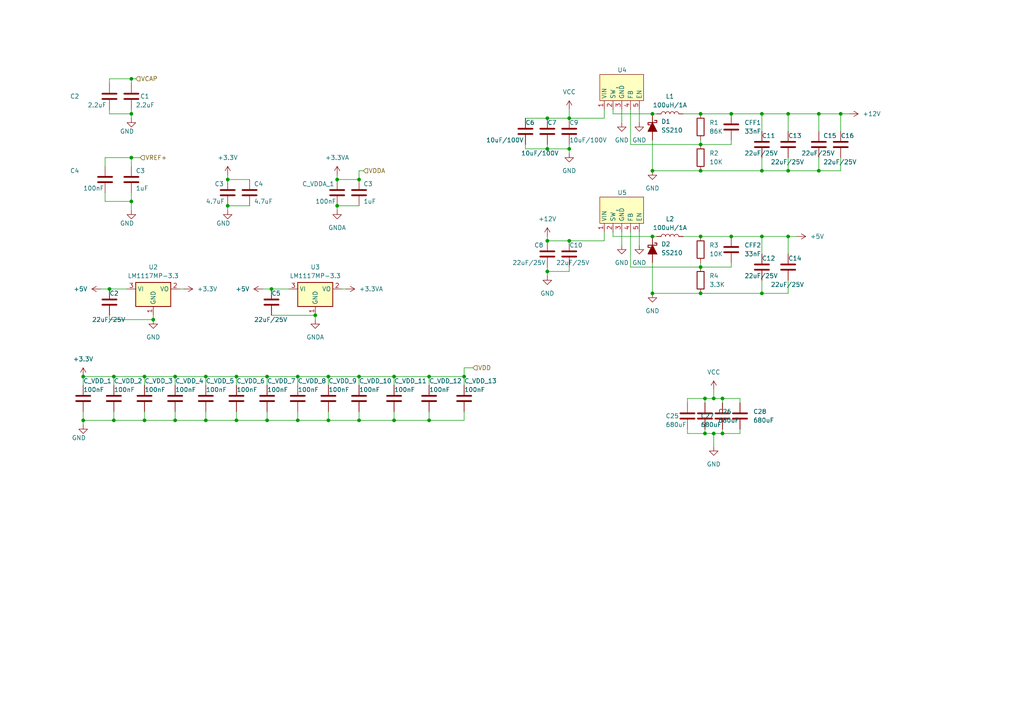
<source format=kicad_sch>
(kicad_sch (version 20230121) (generator eeschema)
  (paper "A4")
  (lib_symbols
    (symbol "CycleIQ:XL7015E1"
      (property "Reference" "U" (at 1.27 5.08 0))
      (symbol "XL7015E1_1_1"
        (rectangle (start -5.08 3.81) (end 7.62 -3.81) (fill (type background)))
        (pin power_in line (at -3.81 -6.35 90) (length 2.54) (name "VIN") (number "1"))
        (pin power_out line (at -1.27 -6.35 90) (length 2.54) (name "SW") (number "2"))
        (pin power_in line (at 1.27 -6.35 90) (length 2.54) (name "GND") (number "3"))
        (pin input line (at 3.81 -6.35 90) (length 2.54) (name "FB") (number "4"))
        (pin input line (at 6.35 -6.35 90) (length 2.54) (name "EN") (number "5"))
      )
    )
    (symbol "Device:C" (pin_numbers hide) (pin_names (offset 0.254))
      (property "Reference" "C" (at 0.635 2.54 0))
      (property "Value" "C" (at 0.635 -2.54 0))
      (symbol "C_0_1"
        (polyline (pts (xy -2.032 -0.762) (xy 2.032 -0.762)) (stroke (width 0.508)))
        (polyline (pts (xy -2.032 0.762) (xy 2.032 0.762)) (stroke (width 0.508)))
      )
      (symbol "C_1_1"
        (pin passive line (at 0 3.81 270) (length 2.794) (name "~") (number "1"))
        (pin passive line (at 0 -3.81 90) (length 2.794) (name "~") (number "2"))
      )
    )
    (symbol "Device:L" (pin_numbers hide) (pin_names (offset 1.016) hide)
      (property "Reference" "L" (at -1.27 0 90))
      (property "Value" "L" (at 1.905 0 90))
      (symbol "L_0_1"
        (arc (start 0 -2.54) (mid 0.6323 -1.905) (end 0 -1.27))
        (arc (start 0 -1.27) (mid 0.6323 -0.635) (end 0 0))
        (arc (start 0 0) (mid 0.6323 0.635) (end 0 1.27))
        (arc (start 0 1.27) (mid 0.6323 1.905) (end 0 2.54))
      )
      (symbol "L_1_1"
        (pin passive line (at 0 3.81 270) (length 1.27) (name "1") (number "1"))
        (pin passive line (at 0 -3.81 90) (length 1.27) (name "2") (number "2"))
      )
    )
    (symbol "Device:R" (pin_numbers hide) (pin_names (offset 0))
      (property "Reference" "R" (at 2.032 0 90))
      (property "Value" "R" (at 0 0 90))
      (symbol "R_0_1"
        (rectangle (start -1.016 -2.54) (end 1.016 2.54) (stroke (width 0.254)))
      )
      (symbol "R_1_1"
        (pin passive line (at 0 3.81 270) (length 1.27) (name "~") (number "1"))
        (pin passive line (at 0 -3.81 90) (length 1.27) (name "~") (number "2"))
      )
    )
    (symbol "PCM_Diode_Schottky_AKL:SS210" (pin_numbers hide) (pin_names (offset 1.016) hide)
      (property "Reference" "D" (at 0 5.08 0))
      (property "Value" "SS210" (at 0 2.54 0))
      (symbol "SS210_0_1"
        (polyline (pts (xy -1.27 0) (xy 1.27 0)))
        (polyline (pts (xy -1.27 -1.27) (xy -1.27 1.27) (xy 1.27 0) (xy -1.27 -1.27)) (stroke (width 0.254)) (fill (type outline)))
        (polyline (pts (xy 1.905 -0.635) (xy 1.905 -1.27) (xy 1.27 -1.27) (xy 1.27 1.27) (xy 0.635 1.27) (xy 0.635 0.635)) (stroke (width 0.254)))
      )
      (symbol "SS210_1_1"
        (pin passive line (at 3.81 0 180) (length 2.54) (name "K") (number "1"))
        (pin passive line (at -3.81 0 0) (length 2.54) (name "A") (number "2"))
      )
    )
    (symbol "Regulator_Linear:LM1117MP-3.3"
      (property "Reference" "U" (at -3.81 3.175 0))
      (property "Value" "LM1117MP-3.3" (at 0 3.175 0))
      (symbol "LM1117MP-3.3_0_1"
        (rectangle (start -5.08 -5.08) (end 5.08 1.905) (stroke (width 0.254)) (fill (type background)))
      )
      (symbol "LM1117MP-3.3_1_1"
        (pin power_in line (at 0 -7.62 90) (length 2.54) (name "GND") (number "1"))
        (pin power_out line (at 7.62 0 180) (length 2.54) (name "VO") (number "2"))
        (pin power_in line (at -7.62 0 0) (length 2.54) (name "VI") (number "3"))
      )
    )
    (symbol "power:+12V" (power) (pin_names (offset 0))
      (property "Value" "+12V" (at 0 3.556 0))
      (symbol "+12V_0_1"
        (polyline (pts (xy -0.762 1.27) (xy 0 2.54)))
        (polyline (pts (xy 0 0) (xy 0 2.54)))
        (polyline (pts (xy 0 2.54) (xy 0.762 1.27)))
      )
      (symbol "+12V_1_1"
        (pin power_in line (at 0 0 90) (length 0) hide (name "+12V") (number "1"))
      )
    )
    (symbol "power:+3.3V" (power) (pin_names (offset 0))
      (property "Value" "+3.3V" (at 0 3.556 0))
      (symbol "+3.3V_0_1"
        (polyline (pts (xy -0.762 1.27) (xy 0 2.54)))
        (polyline (pts (xy 0 0) (xy 0 2.54)))
        (polyline (pts (xy 0 2.54) (xy 0.762 1.27)))
      )
      (symbol "+3.3V_1_1"
        (pin power_in line (at 0 0 90) (length 0) hide (name "+3.3V") (number "1"))
      )
    )
    (symbol "power:+3.3VA" (power) (pin_names (offset 0))
      (property "Value" "+3.3VA" (at 0 3.556 0))
      (symbol "+3.3VA_0_1"
        (polyline (pts (xy -0.762 1.27) (xy 0 2.54)))
        (polyline (pts (xy 0 0) (xy 0 2.54)))
        (polyline (pts (xy 0 2.54) (xy 0.762 1.27)))
      )
      (symbol "+3.3VA_1_1"
        (pin power_in line (at 0 0 90) (length 0) hide (name "+3.3VA") (number "1"))
      )
    )
    (symbol "power:+5V" (power) (pin_names (offset 0))
      (property "Value" "+5V" (at 0 3.556 0))
      (symbol "+5V_0_1"
        (polyline (pts (xy -0.762 1.27) (xy 0 2.54)))
        (polyline (pts (xy 0 0) (xy 0 2.54)))
        (polyline (pts (xy 0 2.54) (xy 0.762 1.27)))
      )
      (symbol "+5V_1_1"
        (pin power_in line (at 0 0 90) (length 0) hide (name "+5V") (number "1"))
      )
    )
    (symbol "power:GND" (power) (pin_names (offset 0))
      (property "Value" "GND" (at 0 -3.81 0))
      (symbol "GND_0_1"
        (polyline (pts (xy 0 0) (xy 0 -1.27) (xy 1.27 -1.27) (xy 0 -2.54) (xy -1.27 -1.27) (xy 0 -1.27)))
      )
      (symbol "GND_1_1"
        (pin power_in line (at 0 0 270) (length 0) hide (name "GND") (number "1"))
      )
    )
    (symbol "power:GNDA" (power) (pin_names (offset 0))
      (property "Value" "GNDA" (at 0 -3.81 0))
      (symbol "GNDA_0_1"
        (polyline (pts (xy 0 0) (xy 0 -1.27) (xy 1.27 -1.27) (xy 0 -2.54) (xy -1.27 -1.27) (xy 0 -1.27)))
      )
      (symbol "GNDA_1_1"
        (pin power_in line (at 0 0 270) (length 0) hide (name "GNDA") (number "1"))
      )
    )
    (symbol "power:VCC" (power) (pin_names (offset 0))
      (property "Value" "VCC" (at 0 3.81 0))
      (symbol "VCC_0_1"
        (polyline (pts (xy -0.762 1.27) (xy 0 2.54)))
        (polyline (pts (xy 0 0) (xy 0 2.54)))
        (polyline (pts (xy 0 2.54) (xy 0.762 1.27)))
      )
      (symbol "VCC_1_1"
        (pin power_in line (at 0 0 90) (length 0) hide (name "VCC") (number "1"))
      )
    )
  )
  (junction (at 165.1 43.18))
  (junction (at 86.36 121.92))
  (junction (at 228.6 68.58))
  (junction (at 203.2 49.53))
  (junction (at 114.3 121.92))
  (junction (at 158.75 43.18))
  (junction (at 165.1 34.29))
  (junction (at 59.69 109.22))
  (junction (at 66.04 52.07))
  (junction (at 77.47 109.22))
  (junction (at 124.46 109.22))
  (junction (at 203.2 68.58))
  (junction (at 204.47 115.57))
  (junction (at 158.75 34.29))
  (junction (at 33.02 109.22))
  (junction (at 158.75 69.85))
  (junction (at 114.3 109.22))
  (junction (at 41.91 109.22))
  (junction (at 203.2 85.09))
  (junction (at 204.47 125.73))
  (junction (at 38.1 33.02))
  (junction (at 38.1 45.72))
  (junction (at 237.49 49.53))
  (junction (at 243.84 33.02))
  (junction (at 68.58 109.22))
  (junction (at 124.46 121.92))
  (junction (at 95.25 109.22))
  (junction (at 24.13 121.92))
  (junction (at 203.2 33.02))
  (junction (at 44.45 92.71))
  (junction (at 212.09 68.58))
  (junction (at 220.98 68.58))
  (junction (at 203.2 77.47))
  (junction (at 158.75 78.74))
  (junction (at 41.91 121.92))
  (junction (at 134.62 109.22))
  (junction (at 220.98 85.09))
  (junction (at 220.98 33.02))
  (junction (at 207.01 125.73))
  (junction (at 209.55 125.73))
  (junction (at 38.1 58.42))
  (junction (at 220.98 49.53))
  (junction (at 97.79 59.69))
  (junction (at 189.23 68.58))
  (junction (at 209.55 115.57))
  (junction (at 104.14 52.07))
  (junction (at 66.04 59.69))
  (junction (at 237.49 33.02))
  (junction (at 77.47 121.92))
  (junction (at 189.23 85.09))
  (junction (at 207.01 115.57))
  (junction (at 95.25 121.92))
  (junction (at 86.36 109.22))
  (junction (at 68.58 121.92))
  (junction (at 189.23 33.02))
  (junction (at 228.6 49.53))
  (junction (at 104.14 121.92))
  (junction (at 97.79 52.07))
  (junction (at 78.74 83.82))
  (junction (at 33.02 121.92))
  (junction (at 38.1 22.86))
  (junction (at 228.6 33.02))
  (junction (at 165.1 69.85))
  (junction (at 104.14 109.22))
  (junction (at 203.2 41.91))
  (junction (at 31.75 83.82))
  (junction (at 59.69 121.92))
  (junction (at 91.44 91.44))
  (junction (at 50.8 121.92))
  (junction (at 189.23 49.53))
  (junction (at 24.13 109.22))
  (junction (at 50.8 109.22))
  (junction (at 212.09 33.02))
  (wire (pts (xy 165.1 69.85) (xy 175.26 69.85)))
  (wire (pts (xy 207.01 115.57) (xy 204.47 115.57)))
  (wire (pts (xy 86.36 121.92) (xy 95.25 121.92)))
  (wire (pts (xy 31.75 31.75) (xy 31.75 33.02)))
  (wire (pts (xy 91.44 91.44) (xy 91.44 92.71)))
  (wire (pts (xy 124.46 119.38) (xy 124.46 121.92)))
  (wire (pts (xy 228.6 68.58) (xy 228.6 73.66)))
  (wire (pts (xy 31.75 22.86) (xy 31.75 24.13)))
  (wire (pts (xy 97.79 52.07) (xy 104.14 52.07)))
  (wire (pts (xy 158.75 78.74) (xy 165.1 78.74)))
  (wire (pts (xy 77.47 121.92) (xy 86.36 121.92)))
  (wire (pts (xy 204.47 124.46) (xy 204.47 125.73)))
  (wire (pts (xy 209.55 125.73) (xy 207.01 125.73)))
  (wire (pts (xy 77.47 111.76) (xy 77.47 109.22)))
  (wire (pts (xy 50.8 109.22) (xy 59.69 109.22)))
  (wire (pts (xy 203.2 76.2) (xy 203.2 77.47)))
  (wire (pts (xy 220.98 49.53) (xy 228.6 49.53)))
  (wire (pts (xy 189.23 33.02) (xy 190.5 33.02)))
  (wire (pts (xy 95.25 119.38) (xy 95.25 121.92)))
  (wire (pts (xy 86.36 111.76) (xy 86.36 109.22)))
  (wire (pts (xy 189.23 85.09) (xy 203.2 85.09)))
  (wire (pts (xy 220.98 73.66) (xy 220.98 68.58)))
  (wire (pts (xy 212.09 76.2) (xy 212.09 77.47)))
  (wire (pts (xy 31.75 83.82) (xy 36.83 83.82)))
  (wire (pts (xy 165.1 43.18) (xy 165.1 44.45)))
  (wire (pts (xy 228.6 33.02) (xy 237.49 33.02)))
  (wire (pts (xy 220.98 85.09) (xy 228.6 85.09)))
  (wire (pts (xy 177.8 33.02) (xy 189.23 33.02)))
  (wire (pts (xy 158.75 43.18) (xy 165.1 43.18)))
  (wire (pts (xy 77.47 109.22) (xy 68.58 109.22)))
  (wire (pts (xy 214.63 115.57) (xy 209.55 115.57)))
  (wire (pts (xy 198.12 33.02) (xy 203.2 33.02)))
  (wire (pts (xy 41.91 109.22) (xy 50.8 109.22)))
  (wire (pts (xy 189.23 68.58) (xy 190.5 68.58)))
  (wire (pts (xy 220.98 38.1) (xy 220.98 33.02)))
  (wire (pts (xy 44.45 91.44) (xy 44.45 92.71)))
  (wire (pts (xy 207.01 113.03) (xy 207.01 115.57)))
  (wire (pts (xy 228.6 33.02) (xy 228.6 38.1)))
  (wire (pts (xy 237.49 45.72) (xy 237.49 49.53)))
  (wire (pts (xy 114.3 109.22) (xy 114.3 111.76)))
  (wire (pts (xy 182.88 77.47) (xy 182.88 67.31)))
  (wire (pts (xy 185.42 31.75) (xy 185.42 35.56)))
  (wire (pts (xy 38.1 45.72) (xy 38.1 48.26)))
  (wire (pts (xy 38.1 22.86) (xy 39.37 22.86)))
  (wire (pts (xy 228.6 49.53) (xy 237.49 49.53)))
  (wire (pts (xy 209.55 124.46) (xy 209.55 125.73)))
  (wire (pts (xy 104.14 119.38) (xy 104.14 121.92)))
  (wire (pts (xy 52.07 83.82) (xy 53.34 83.82)))
  (wire (pts (xy 124.46 109.22) (xy 114.3 109.22)))
  (wire (pts (xy 165.1 34.29) (xy 175.26 34.29)))
  (wire (pts (xy 177.8 31.75) (xy 177.8 33.02)))
  (wire (pts (xy 243.84 45.72) (xy 243.84 49.53)))
  (wire (pts (xy 158.75 69.85) (xy 165.1 69.85)))
  (wire (pts (xy 158.75 78.74) (xy 158.75 80.01)))
  (wire (pts (xy 33.02 121.92) (xy 41.91 121.92)))
  (wire (pts (xy 199.39 124.46) (xy 199.39 125.73)))
  (wire (pts (xy 220.98 81.28) (xy 220.98 85.09)))
  (wire (pts (xy 59.69 109.22) (xy 59.69 111.76)))
  (wire (pts (xy 31.75 91.44) (xy 31.75 92.71)))
  (wire (pts (xy 38.1 33.02) (xy 38.1 31.75)))
  (wire (pts (xy 104.14 49.53) (xy 105.41 49.53)))
  (wire (pts (xy 77.47 119.38) (xy 77.47 121.92)))
  (wire (pts (xy 114.3 121.92) (xy 124.46 121.92)))
  (wire (pts (xy 220.98 33.02) (xy 228.6 33.02)))
  (wire (pts (xy 24.13 109.22) (xy 24.13 111.76)))
  (wire (pts (xy 243.84 38.1) (xy 243.84 33.02)))
  (wire (pts (xy 38.1 34.29) (xy 38.1 33.02)))
  (wire (pts (xy 134.62 119.38) (xy 134.62 121.92)))
  (wire (pts (xy 165.1 77.47) (xy 165.1 78.74)))
  (wire (pts (xy 72.39 59.69) (xy 66.04 59.69)))
  (wire (pts (xy 38.1 58.42) (xy 38.1 55.88)))
  (wire (pts (xy 228.6 68.58) (xy 231.14 68.58)))
  (wire (pts (xy 50.8 119.38) (xy 50.8 121.92)))
  (wire (pts (xy 68.58 121.92) (xy 77.47 121.92)))
  (wire (pts (xy 95.25 121.92) (xy 104.14 121.92)))
  (wire (pts (xy 203.2 68.58) (xy 212.09 68.58)))
  (wire (pts (xy 237.49 33.02) (xy 243.84 33.02)))
  (wire (pts (xy 50.8 109.22) (xy 50.8 111.76)))
  (wire (pts (xy 30.48 45.72) (xy 38.1 45.72)))
  (wire (pts (xy 177.8 68.58) (xy 189.23 68.58)))
  (wire (pts (xy 30.48 55.88) (xy 30.48 58.42)))
  (wire (pts (xy 104.14 109.22) (xy 95.25 109.22)))
  (wire (pts (xy 24.13 121.92) (xy 33.02 121.92)))
  (wire (pts (xy 99.06 83.82) (xy 100.33 83.82)))
  (wire (pts (xy 203.2 85.09) (xy 220.98 85.09)))
  (wire (pts (xy 189.23 76.2) (xy 189.23 85.09)))
  (wire (pts (xy 214.63 124.46) (xy 214.63 125.73)))
  (wire (pts (xy 97.79 59.69) (xy 97.79 60.96)))
  (wire (pts (xy 177.8 67.31) (xy 177.8 68.58)))
  (wire (pts (xy 124.46 109.22) (xy 124.46 111.76)))
  (wire (pts (xy 38.1 45.72) (xy 40.64 45.72)))
  (wire (pts (xy 158.75 77.47) (xy 158.75 78.74)))
  (wire (pts (xy 207.01 125.73) (xy 204.47 125.73)))
  (wire (pts (xy 97.79 59.69) (xy 104.14 59.69)))
  (wire (pts (xy 203.2 40.64) (xy 203.2 41.91)))
  (wire (pts (xy 78.74 83.82) (xy 83.82 83.82)))
  (wire (pts (xy 220.98 68.58) (xy 228.6 68.58)))
  (wire (pts (xy 78.74 91.44) (xy 91.44 91.44)))
  (wire (pts (xy 209.55 115.57) (xy 207.01 115.57)))
  (wire (pts (xy 124.46 121.92) (xy 134.62 121.92)))
  (wire (pts (xy 59.69 121.92) (xy 68.58 121.92)))
  (wire (pts (xy 198.12 68.58) (xy 203.2 68.58)))
  (wire (pts (xy 41.91 119.38) (xy 41.91 121.92)))
  (wire (pts (xy 30.48 58.42) (xy 38.1 58.42)))
  (wire (pts (xy 29.21 83.82) (xy 31.75 83.82)))
  (wire (pts (xy 212.09 33.02) (xy 220.98 33.02)))
  (wire (pts (xy 214.63 116.84) (xy 214.63 115.57)))
  (wire (pts (xy 24.13 121.92) (xy 24.13 123.19)))
  (wire (pts (xy 66.04 59.69) (xy 66.04 60.96)))
  (wire (pts (xy 212.09 40.64) (xy 212.09 41.91)))
  (wire (pts (xy 214.63 125.73) (xy 209.55 125.73)))
  (wire (pts (xy 95.25 111.76) (xy 95.25 109.22)))
  (wire (pts (xy 68.58 119.38) (xy 68.58 121.92)))
  (wire (pts (xy 134.62 111.76) (xy 134.62 109.22)))
  (wire (pts (xy 38.1 22.86) (xy 38.1 24.13)))
  (wire (pts (xy 95.25 109.22) (xy 86.36 109.22)))
  (wire (pts (xy 41.91 121.92) (xy 50.8 121.92)))
  (wire (pts (xy 203.2 49.53) (xy 220.98 49.53)))
  (wire (pts (xy 59.69 121.92) (xy 50.8 121.92)))
  (wire (pts (xy 38.1 58.42) (xy 38.1 60.96)))
  (wire (pts (xy 207.01 125.73) (xy 207.01 129.54)))
  (wire (pts (xy 152.4 43.18) (xy 158.75 43.18)))
  (wire (pts (xy 31.75 33.02) (xy 38.1 33.02)))
  (wire (pts (xy 33.02 109.22) (xy 41.91 109.22)))
  (wire (pts (xy 203.2 77.47) (xy 182.88 77.47)))
  (wire (pts (xy 165.1 41.91) (xy 165.1 43.18)))
  (wire (pts (xy 134.62 106.68) (xy 137.16 106.68)))
  (wire (pts (xy 189.23 49.53) (xy 203.2 49.53)))
  (wire (pts (xy 204.47 116.84) (xy 204.47 115.57)))
  (wire (pts (xy 220.98 45.72) (xy 220.98 49.53)))
  (wire (pts (xy 97.79 50.8) (xy 97.79 52.07)))
  (wire (pts (xy 72.39 52.07) (xy 66.04 52.07)))
  (wire (pts (xy 134.62 106.68) (xy 134.62 109.22)))
  (wire (pts (xy 243.84 49.53) (xy 237.49 49.53)))
  (wire (pts (xy 86.36 109.22) (xy 77.47 109.22)))
  (wire (pts (xy 158.75 34.29) (xy 165.1 34.29)))
  (wire (pts (xy 185.42 67.31) (xy 185.42 71.12)))
  (wire (pts (xy 243.84 33.02) (xy 246.38 33.02)))
  (wire (pts (xy 228.6 45.72) (xy 228.6 49.53)))
  (wire (pts (xy 66.04 50.8) (xy 66.04 52.07)))
  (wire (pts (xy 68.58 109.22) (xy 59.69 109.22)))
  (wire (pts (xy 104.14 109.22) (xy 104.14 111.76)))
  (wire (pts (xy 209.55 115.57) (xy 209.55 116.84)))
  (wire (pts (xy 104.14 121.92) (xy 114.3 121.92)))
  (wire (pts (xy 199.39 115.57) (xy 199.39 116.84)))
  (wire (pts (xy 180.34 31.75) (xy 180.34 35.56)))
  (wire (pts (xy 152.4 41.91) (xy 152.4 43.18)))
  (wire (pts (xy 203.2 33.02) (xy 212.09 33.02)))
  (wire (pts (xy 31.75 22.86) (xy 38.1 22.86)))
  (wire (pts (xy 134.62 109.22) (xy 124.46 109.22)))
  (wire (pts (xy 114.3 109.22) (xy 104.14 109.22)))
  (wire (pts (xy 165.1 31.75) (xy 165.1 34.29)))
  (wire (pts (xy 114.3 119.38) (xy 114.3 121.92)))
  (wire (pts (xy 199.39 115.57) (xy 204.47 115.57)))
  (wire (pts (xy 212.09 41.91) (xy 203.2 41.91)))
  (wire (pts (xy 182.88 41.91) (xy 182.88 31.75)))
  (wire (pts (xy 228.6 81.28) (xy 228.6 85.09)))
  (wire (pts (xy 33.02 119.38) (xy 33.02 121.92)))
  (wire (pts (xy 41.91 109.22) (xy 41.91 111.76)))
  (wire (pts (xy 158.75 68.58) (xy 158.75 69.85)))
  (wire (pts (xy 104.14 49.53) (xy 104.14 52.07)))
  (wire (pts (xy 33.02 109.22) (xy 33.02 111.76)))
  (wire (pts (xy 237.49 38.1) (xy 237.49 33.02)))
  (wire (pts (xy 24.13 109.22) (xy 33.02 109.22)))
  (wire (pts (xy 180.34 67.31) (xy 180.34 71.12)))
  (wire (pts (xy 199.39 125.73) (xy 204.47 125.73)))
  (wire (pts (xy 175.26 34.29) (xy 175.26 31.75)))
  (wire (pts (xy 212.09 68.58) (xy 220.98 68.58)))
  (wire (pts (xy 203.2 41.91) (xy 182.88 41.91)))
  (wire (pts (xy 189.23 40.64) (xy 189.23 49.53)))
  (wire (pts (xy 158.75 41.91) (xy 158.75 43.18)))
  (wire (pts (xy 24.13 119.38) (xy 24.13 121.92)))
  (wire (pts (xy 68.58 111.76) (xy 68.58 109.22)))
  (wire (pts (xy 59.69 119.38) (xy 59.69 121.92)))
  (wire (pts (xy 175.26 69.85) (xy 175.26 67.31)))
  (wire (pts (xy 86.36 119.38) (xy 86.36 121.92)))
  (wire (pts (xy 212.09 77.47) (xy 203.2 77.47)))
  (wire (pts (xy 30.48 48.26) (xy 30.48 45.72)))
  (wire (pts (xy 31.75 92.71) (xy 44.45 92.71)))
  (wire (pts (xy 76.2 83.82) (xy 78.74 83.82)))
  (wire (pts (xy 152.4 34.29) (xy 158.75 34.29)))
  (hierarchical_label "VREF+" (shape input) (at 40.64 45.72 0))
  (hierarchical_label "VDDA" (shape input) (at 105.41 49.53 0))
  (hierarchical_label "VDD" (shape input) (at 137.16 106.68 0))
  (hierarchical_label "VCAP" (shape input) (at 39.37 22.86 0))
  (symbol (lib_id "Device:C") (at 30.48 52.07 0) (unit 1)
    (property "Reference" "C4" (at 20.32 49.53 0) (effects (justify left)))
    (property "Value" "100nF" (at 24.13 54.61 0) (effects (justify left)))
    (property "Footprint" "PCM_Capacitor_SMD_AKL:C_0201_0603Metric" (effects hide))
    (instances (project "mini-50" (path "" (reference "C4") (unit 1)) (path "" (reference "C_VREF_1") (unit 1))))
  )
  (symbol (lib_id "Device:C") (at 165.1 73.66 0) (unit 1)
    (property "Reference" "C10" (at 165.1 71.12 0) (effects (justify left)))
    (property "Value" "22uF/25V" (at 161.29 76.2 0) (effects (justify left)))
    (property "Footprint" "PCM_Capacitor_SMD_AKL:C_1206_3216Metric" (effects hide))
  )
  (symbol (lib_id "power:+5V") (at 231.14 68.58 270) (unit 1)
    (property "Reference" "#PWR030" (effects hide))
    (property "Value" "+5V" (at 234.95 68.58 90) (effects (justify left)))
  )
  (symbol (lib_id "power:GND") (at 185.42 71.12 0) (unit 1)
    (property "Reference" "#PWR027" (effects hide))
    (property "Value" "GND" (at 185.42 76.2 0))
  )
  (symbol (lib_id "power:GND") (at 165.1 44.45 0) (unit 1)
    (property "Reference" "#PWR023" (effects hide))
    (property "Value" "GND" (at 165.1 49.53 0))
  )
  (symbol (lib_id "power:GND") (at 185.42 35.56 0) (unit 1)
    (property "Reference" "#PWR026" (effects hide))
    (property "Value" "GND" (at 185.42 40.64 0))
  )
  (symbol (lib_id "power:VCC") (at 165.1 31.75 0) (unit 1)
    (property "Reference" "#PWR022" (effects hide))
    (property "Value" "VCC" (at 165.1 26.67 0))
  )
  (symbol (lib_id "Device:C") (at 72.39 55.88 0) (unit 1)
    (property "Reference" "C4" (at 73.66 53.34 0) (effects (justify left)))
    (property "Value" "4.7uF" (at 73.66 58.42 0) (effects (justify left)))
    (property "Footprint" "PCM_Capacitor_SMD_AKL:C_1206_3216Metric" (effects hide))
  )
  (symbol (lib_id "Device:C") (at 77.47 115.57 0) (unit 1)
    (property "Reference" "C_VDD_7" (at 77.47 110.49 0) (effects (justify left)))
    (property "Value" "100nF" (at 77.47 113.03 0) (effects (justify left)))
    (property "Footprint" "PCM_Capacitor_SMD_AKL:C_0201_0603Metric" (effects hide))
  )
  (symbol (lib_id "Device:C") (at 68.58 115.57 0) (unit 1)
    (property "Reference" "C_VDD_6" (at 68.58 110.49 0) (effects (justify left)))
    (property "Value" "100nF" (at 68.58 113.03 0) (effects (justify left)))
    (property "Footprint" "PCM_Capacitor_SMD_AKL:C_0201_0603Metric" (effects hide))
  )
  (symbol (lib_id "Device:C") (at 31.75 27.94 0) (unit 1)
    (property "Reference" "C2" (at 20.32 27.94 0) (effects (justify left)))
    (property "Value" "2.2uF" (at 25.4 30.48 0) (effects (justify left)))
    (property "Footprint" "PCM_Capacitor_SMD_AKL:C_0603_1608Metric" (effects hide))
    (instances (project "mini-50" (path "" (reference "C2") (unit 1)) (path "" (reference "C_VCAP_1") (unit 1))))
  )
  (symbol (lib_id "Device:C") (at 134.62 115.57 0) (unit 1)
    (property "Reference" "C_VDD_13" (at 134.62 110.49 0) (effects (justify left)))
    (property "Value" "100nF" (at 134.62 113.03 0) (effects (justify left)))
    (property "Footprint" "PCM_Capacitor_SMD_AKL:C_0201_0603Metric" (effects hide))
  )
  (symbol (lib_id "Device:C") (at 165.1 38.1 0) (unit 1)
    (property "Reference" "C9" (at 165.1 35.56 0) (effects (justify left)))
    (property "Value" "10uF/100V" (at 165.1 40.64 0) (effects (justify left)))
    (property "Footprint" "PCM_Capacitor_SMD_AKL:C_1210_3225Metric" (effects hide))
  )
  (symbol (lib_id "power:+5V") (at 29.21 83.82 90) (unit 1)
    (property "Reference" "#PWR08" (effects hide))
    (property "Value" "+5V" (at 25.4 83.82 90) (effects (justify left)))
  )
  (symbol (lib_id "power:GND") (at 38.1 34.29 0) (unit 1)
    (property "Reference" "#PWR05" (effects hide))
    (property "Value" "GND" (at 36.83 38.1 0))
    (instances (project "mini-50" (path "" (reference "#PWR05") (unit 1)) (path "" (reference "#PWR09") (unit 1))))
  )
  (symbol (lib_id "Device:C") (at 124.46 115.57 0) (unit 1)
    (property "Reference" "C_VDD_12" (at 124.46 110.49 0) (effects (justify left)))
    (property "Value" "100nF" (at 124.46 113.03 0) (effects (justify left)))
    (property "Footprint" "PCM_Capacitor_SMD_AKL:C_0201_0603Metric" (effects hide))
  )
  (symbol (lib_id "Device:C") (at 212.09 72.39 0) (unit 1)
    (property "Reference" "CFF2" (at 215.9 71.12 0) (effects (justify left)))
    (property "Value" "33nF" (at 215.9 73.66 0) (effects (justify left)))
  )
  (symbol (lib_id "Device:C") (at 214.63 120.65 0) (unit 1)
    (property "Reference" "C28" (at 218.44 119.38 0) (effects (justify left)))
    (property "Value" "680uF" (at 218.44 121.92 0) (effects (justify left)))
    (property "Footprint" "Capacitor_THT:C_Radial_D16.0mm_H25.0mm_P7.50mm" (effects hide))
  )
  (symbol (lib_id "power:GND") (at 189.23 85.09 0) (unit 1)
    (property "Reference" "#PWR029" (effects hide))
    (property "Value" "GND" (at 189.23 90.17 0))
  )
  (symbol (lib_id "Device:R") (at 203.2 72.39 0) (unit 1)
    (property "Reference" "R3" (at 205.74 71.12 0) (effects (justify left)))
    (property "Value" "10K" (at 205.74 73.66 0) (effects (justify left)))
  )
  (symbol (lib_id "Device:C") (at 158.75 38.1 0) (unit 1)
    (property "Reference" "C7" (at 158.75 35.56 0) (effects (justify left)))
    (property "Value" "10uF/100V" (at 151.13 44.45 0) (effects (justify left)))
    (property "Footprint" "PCM_Capacitor_SMD_AKL:C_1210_3225Metric" (effects hide))
  )
  (symbol (lib_id "power:+3.3V") (at 53.34 83.82 270) (unit 1)
    (property "Reference" "#PWR012" (effects hide))
    (property "Value" "+3.3V" (at 57.15 83.82 90) (effects (justify left)))
  )
  (symbol (lib_id "power:GND") (at 66.04 60.96 0) (unit 1)
    (property "Reference" "#PWR05" (effects hide))
    (property "Value" "GND" (at 64.77 64.77 0))
    (instances (project "mini-50" (path "" (reference "#PWR05") (unit 1)) (path "" (reference "#PWR014") (unit 1))))
  )
  (symbol (lib_id "Device:C") (at 38.1 27.94 0) (unit 1)
    (property "Reference" "C1" (at 40.64 27.94 0) (effects (justify left)))
    (property "Value" "2.2uF" (at 39.37 30.48 0) (effects (justify left)))
    (property "Footprint" "PCM_Capacitor_SMD_AKL:C_0603_1608Metric" (effects hide))
    (instances (project "mini-50" (path "" (reference "C1") (unit 1)) (path "" (reference "C_VCAP_2") (unit 1))))
  )
  (symbol (lib_id "Device:C") (at 209.55 120.65 0) (unit 1)
    (property "Reference" "C27" (at 203.2 120.65 0) (effects (justify left)))
    (property "Value" "680uF" (at 203.2 123.19 0) (effects (justify left)))
    (property "Footprint" "Capacitor_THT:C_Radial_D16.0mm_H25.0mm_P7.50mm" (effects hide))
  )
  (symbol (lib_id "Device:C") (at 66.04 55.88 0) (unit 1)
    (property "Reference" "C3" (at 62.23 53.34 0) (effects (justify left)))
    (property "Value" "4.7uF" (at 59.69 58.42 0) (effects (justify left)))
    (property "Footprint" "PCM_Capacitor_SMD_AKL:C_1206_3216Metric" (effects hide))
  )
  (symbol (lib_id "power:GND") (at 44.45 92.71 0) (unit 1)
    (property "Reference" "#PWR011" (effects hide))
    (property "Value" "GND" (at 44.45 97.79 0))
  )
  (symbol (lib_id "power:VCC") (at 207.01 113.03 0) (unit 1)
    (property "Reference" "#PWR053" (effects hide))
    (property "Value" "VCC" (at 207.01 107.95 0))
  )
  (symbol (lib_id "Device:C") (at 104.14 55.88 0) (unit 1)
    (property "Reference" "C3" (at 105.41 53.34 0) (effects (justify left)))
    (property "Value" "1uF" (at 105.41 58.42 0) (effects (justify left)))
    (property "Footprint" "PCM_Capacitor_SMD_AKL:C_0603_1608Metric" (effects hide))
    (instances (project "mini-50" (path "" (reference "C3") (unit 1)) (path "" (reference "C_VDDA_2") (unit 1))))
  )
  (symbol (lib_id "power:GNDA") (at 97.79 60.96 0) (unit 1)
    (property "Reference" "#PWR018" (effects hide))
    (property "Value" "GNDA" (at 97.79 66.04 0))
  )
  (symbol (lib_id "Device:C") (at 152.4 38.1 0) (unit 1)
    (property "Reference" "C6" (at 152.4 35.56 0) (effects (justify left)))
    (property "Value" "10uF/100V" (at 140.97 40.64 0) (effects (justify left)))
    (property "Footprint" "PCM_Capacitor_SMD_AKL:C_1210_3225Metric" (effects hide))
  )
  (symbol (lib_id "Device:C") (at 78.74 87.63 0) (unit 1)
    (property "Reference" "C5" (at 78.74 85.09 0) (effects (justify left)))
    (property "Value" "22uF/25V" (at 73.66 92.71 0) (effects (justify left)))
    (property "Footprint" "PCM_Capacitor_SMD_AKL:C_1206_3216Metric" (effects hide))
  )
  (symbol (lib_id "Device:R") (at 203.2 45.72 0) (unit 1)
    (property "Reference" "R2" (at 205.74 44.45 0) (effects (justify left)))
    (property "Value" "10K" (at 205.74 46.99 0) (effects (justify left)))
  )
  (symbol (lib_id "power:+3.3V") (at 66.04 50.8 0) (unit 1)
    (property "Reference" "#PWR013" (effects hide))
    (property "Value" "+3.3V" (at 66.04 45.72 0))
  )
  (symbol (lib_id "power:GND") (at 38.1 60.96 0) (unit 1)
    (property "Reference" "#PWR01" (effects hide))
    (property "Value" "GND" (at 36.83 64.77 0))
    (instances (project "mini-50" (path "" (reference "#PWR01") (unit 1)) (path "" (reference "#PWR010") (unit 1))))
  )
  (symbol (lib_id "power:GNDA") (at 91.44 92.71 0) (unit 1)
    (property "Reference" "#PWR016" (effects hide))
    (property "Value" "GNDA" (at 91.44 97.79 0))
  )
  (symbol (lib_id "Device:C") (at 228.6 77.47 0) (unit 1)
    (property "Reference" "C14" (at 228.6 74.93 0) (effects (justify left)))
    (property "Value" "22uF/25V" (at 223.52 82.55 0) (effects (justify left)))
    (property "Footprint" "PCM_Capacitor_SMD_AKL:C_1206_3216Metric" (effects hide))
  )
  (symbol (lib_id "CycleIQ:XL7015E1") (at 179.07 25.4 0) (unit 1)
    (property "Reference" "U4" (at 179.07 20.32 0) (effects (justify left)))
    (property "Value" "~" (at 179.07 25.4 0))
    (property "Footprint" "PCM_Package_TO_SOT_SMD_AKL:TO-252-5_TabPin3" (effects hide))
    (property "Datasheet" "https://pdf1.alldatasheet.pl/datasheet-pdf/download/1134399/XLSEMI/XL7015E1.html" (effects hide))
  )
  (symbol (lib_id "Device:C") (at 50.8 115.57 0) (unit 1)
    (property "Reference" "C_VDD_4" (at 50.8 110.49 0) (effects (justify left)))
    (property "Value" "100nF" (at 50.8 113.03 0) (effects (justify left)))
    (property "Footprint" "PCM_Capacitor_SMD_AKL:C_0201_0603Metric" (effects hide))
  )
  (symbol (lib_id "power:+3.3VA") (at 97.79 50.8 0) (unit 1)
    (property "Reference" "#PWR017" (effects hide))
    (property "Value" "+3.3VA" (at 97.79 45.72 0))
  )
  (symbol (lib_id "PCM_Diode_Schottky_AKL:SS210") (at 189.23 72.39 90) (unit 1)
    (property "Reference" "D2" (at 191.77 70.8025 90) (effects (justify right)))
    (property "Value" "SS210" (at 191.77 73.3425 90) (effects (justify right)))
    (property "Footprint" "Diode_SMD_AKL:D_SMB" (effects hide))
    (property "Datasheet" "https://www.tme.eu/Document/bdc46a1e3695961d8b3ed7cb93097119/S210.pdf" (effects hide))
  )
  (symbol (lib_id "Device:C") (at 95.25 115.57 0) (unit 1)
    (property "Reference" "C_VDD_9" (at 95.25 110.49 0) (effects (justify left)))
    (property "Value" "100nF" (at 95.25 113.03 0) (effects (justify left)))
    (property "Footprint" "PCM_Capacitor_SMD_AKL:C_0201_0603Metric" (effects hide))
  )
  (symbol (lib_id "power:+3.3V") (at 24.13 109.22 0) (unit 1)
    (property "Reference" "#PWR06" (effects hide))
    (property "Value" "+3.3V" (at 24.13 104.14 0))
  )
  (symbol (lib_id "Device:C") (at 220.98 77.47 0) (unit 1)
    (property "Reference" "C12" (at 220.98 74.93 0) (effects (justify left)))
    (property "Value" "22uF/25V" (at 215.9 80.01 0) (effects (justify left)))
    (property "Footprint" "PCM_Capacitor_SMD_AKL:C_1206_3216Metric" (effects hide))
  )
  (symbol (lib_id "Device:C") (at 24.13 115.57 0) (unit 1)
    (property "Reference" "C_VDD_1" (at 24.13 110.49 0) (effects (justify left)))
    (property "Value" "100nF" (at 24.13 113.03 0) (effects (justify left)))
    (property "Footprint" "PCM_Capacitor_SMD_AKL:C_0201_0603Metric" (effects hide))
  )
  (symbol (lib_id "Device:L") (at 194.31 33.02 90) (unit 1)
    (property "Reference" "L1" (at 194.31 27.94 90))
    (property "Value" "100uH/1A" (at 194.31 30.48 90))
  )
  (symbol (lib_id "Device:R") (at 203.2 81.28 0) (unit 1)
    (property "Reference" "R4" (at 205.74 80.01 0) (effects (justify left)))
    (property "Value" "3.3K" (at 205.74 82.55 0) (effects (justify left)))
  )
  (symbol (lib_id "Device:C") (at 199.39 120.65 0) (unit 1)
    (property "Reference" "C25" (at 193.04 120.65 0) (effects (justify left)))
    (property "Value" "680uF" (at 193.04 123.19 0) (effects (justify left)))
    (property "Footprint" "Capacitor_THT:C_Radial_D16.0mm_H25.0mm_P7.50mm" (effects hide))
  )
  (symbol (lib_id "Device:R") (at 203.2 36.83 0) (unit 1)
    (property "Reference" "R1" (at 205.74 35.56 0) (effects (justify left)))
    (property "Value" "86K" (at 205.74 38.1 0) (effects (justify left)))
  )
  (symbol (lib_id "Device:C") (at 33.02 115.57 0) (unit 1)
    (property "Reference" "C_VDD_2" (at 33.02 110.49 0) (effects (justify left)))
    (property "Value" "100nF" (at 33.02 113.03 0) (effects (justify left)))
    (property "Footprint" "PCM_Capacitor_SMD_AKL:C_0201_0603Metric" (effects hide))
  )
  (symbol (lib_id "Device:C") (at 243.84 41.91 0) (unit 1)
    (property "Reference" "C16" (at 243.84 39.37 0) (effects (justify left)))
    (property "Value" "22uF/25V" (at 238.76 46.99 0) (effects (justify left)))
    (property "Footprint" "PCM_Capacitor_SMD_AKL:C_1206_3216Metric" (effects hide))
  )
  (symbol (lib_id "Device:C") (at 158.75 73.66 0) (unit 1)
    (property "Reference" "C8" (at 154.94 71.12 0) (effects (justify left)))
    (property "Value" "22uF/25V" (at 148.59 76.2 0) (effects (justify left)))
    (property "Footprint" "PCM_Capacitor_SMD_AKL:C_1206_3216Metric" (effects hide))
  )
  (symbol (lib_id "Device:C") (at 228.6 41.91 0) (unit 1)
    (property "Reference" "C13" (at 228.6 39.37 0) (effects (justify left)))
    (property "Value" "22uF/25V" (at 223.52 46.99 0) (effects (justify left)))
    (property "Footprint" "PCM_Capacitor_SMD_AKL:C_1206_3216Metric" (effects hide))
  )
  (symbol (lib_id "Device:C") (at 97.79 55.88 0) (unit 1)
    (property "Reference" "C_VDDA_1" (at 87.63 53.34 0) (effects (justify left)))
    (property "Value" "100nF" (at 91.44 58.42 0) (effects (justify left)))
    (property "Footprint" "PCM_Capacitor_SMD_AKL:C_0201_0603Metric" (effects hide))
  )
  (symbol (lib_id "power:GND") (at 180.34 35.56 0) (unit 1)
    (property "Reference" "#PWR024" (effects hide))
    (property "Value" "GND" (at 180.34 40.64 0))
  )
  (symbol (lib_id "Device:C") (at 104.14 115.57 0) (unit 1)
    (property "Reference" "C_VDD_10" (at 104.14 110.49 0) (effects (justify left)))
    (property "Value" "100nF" (at 104.14 113.03 0) (effects (justify left)))
    (property "Footprint" "PCM_Capacitor_SMD_AKL:C_0201_0603Metric" (effects hide))
  )
  (symbol (lib_id "Device:C") (at 41.91 115.57 0) (unit 1)
    (property "Reference" "C_VDD_3" (at 41.91 110.49 0) (effects (justify left)))
    (property "Value" "100nF" (at 41.91 113.03 0) (effects (justify left)))
    (property "Footprint" "PCM_Capacitor_SMD_AKL:C_0201_0603Metric" (effects hide))
  )
  (symbol (lib_id "PCM_Diode_Schottky_AKL:SS210") (at 189.23 36.83 90) (unit 1)
    (property "Reference" "D1" (at 191.77 35.2425 90) (effects (justify right)))
    (property "Value" "SS210" (at 191.77 37.7825 90) (effects (justify right)))
    (property "Footprint" "Diode_SMD_AKL:D_SMB" (effects hide))
    (property "Datasheet" "https://www.tme.eu/Document/bdc46a1e3695961d8b3ed7cb93097119/S210.pdf" (effects hide))
  )
  (symbol (lib_id "Device:C") (at 38.1 52.07 0) (unit 1)
    (property "Reference" "C3" (at 39.37 49.53 0) (effects (justify left)))
    (property "Value" "1uF" (at 39.37 54.61 0) (effects (justify left)))
    (property "Footprint" "PCM_Capacitor_SMD_AKL:C_0603_1608Metric" (effects hide))
    (instances (project "mini-50" (path "" (reference "C3") (unit 1)) (path "" (reference "C_VREF_2") (unit 1))))
  )
  (symbol (lib_id "CycleIQ:XL7015E1") (at 179.07 60.96 0) (unit 1)
    (property "Reference" "U5" (at 179.07 55.88 0) (effects (justify left)))
    (property "Value" "~" (at 179.07 60.96 0))
    (property "Footprint" "PCM_Package_TO_SOT_SMD_AKL:TO-252-5_TabPin3" (effects hide))
    (property "Datasheet" "https://pdf1.alldatasheet.pl/datasheet-pdf/download/1134399/XLSEMI/XL7015E1.html" (effects hide))
  )
  (symbol (lib_id "Device:C") (at 114.3 115.57 0) (unit 1)
    (property "Reference" "C_VDD_11" (at 114.3 110.49 0) (effects (justify left)))
    (property "Value" "100nF" (at 114.3 113.03 0) (effects (justify left)))
    (property "Footprint" "PCM_Capacitor_SMD_AKL:C_0201_0603Metric" (effects hide))
  )
  (symbol (lib_id "power:+12V") (at 246.38 33.02 270) (unit 1)
    (property "Reference" "#PWR031" (effects hide))
    (property "Value" "+12V" (at 250.19 33.02 90) (effects (justify left)))
  )
  (symbol (lib_id "power:+12V") (at 158.75 68.58 0) (unit 1)
    (property "Reference" "#PWR020" (effects hide))
    (property "Value" "+12V" (at 158.75 63.5 0))
  )
  (symbol (lib_id "power:+5V") (at 76.2 83.82 90) (unit 1)
    (property "Reference" "#PWR015" (effects hide))
    (property "Value" "+5V" (at 72.39 83.82 90) (effects (justify left)))
  )
  (symbol (lib_id "power:+3.3VA") (at 100.33 83.82 270) (unit 1)
    (property "Reference" "#PWR019" (effects hide))
    (property "Value" "+3.3VA" (at 104.14 83.82 90) (effects (justify left)))
  )
  (symbol (lib_id "Device:L") (at 194.31 68.58 90) (unit 1)
    (property "Reference" "L2" (at 194.31 63.5 90))
    (property "Value" "100uH/1A" (at 194.31 66.04 90))
  )
  (symbol (lib_id "Regulator_Linear:LM1117MP-3.3") (at 91.44 83.82 0) (unit 1)
    (property "Reference" "U3" (at 91.44 77.47 0))
    (property "Value" "LM1117MP-3.3" (at 91.44 80.01 0))
    (property "Footprint" "Package_TO_SOT_SMD:SOT-223-3_TabPin2" (effects hide))
    (property "Datasheet" "http://www.ti.com/lit/ds/symlink/lm1117.pdf" (effects hide))
  )
  (symbol (lib_id "Device:C") (at 237.49 41.91 0) (unit 1)
    (property "Reference" "C15" (at 238.76 39.37 0) (effects (justify left)))
    (property "Value" "22uF/25V" (at 232.41 44.45 0) (effects (justify left)))
    (property "Footprint" "PCM_Capacitor_SMD_AKL:C_1206_3216Metric" (effects hide))
  )
  (symbol (lib_id "power:GND") (at 158.75 80.01 0) (unit 1)
    (property "Reference" "#PWR021" (effects hide))
    (property "Value" "GND" (at 158.75 85.09 0))
  )
  (symbol (lib_id "power:GND") (at 180.34 71.12 0) (unit 1)
    (property "Reference" "#PWR025" (effects hide))
    (property "Value" "GND" (at 180.34 76.2 0))
  )
  (symbol (lib_id "power:GND") (at 24.13 123.19 0) (unit 1)
    (property "Reference" "#PWR05" (effects hide))
    (property "Value" "GND" (at 22.86 127 0))
    (instances (project "mini-50" (path "" (reference "#PWR05") (unit 1)) (path "" (reference "#PWR07") (unit 1))))
  )
  (symbol (lib_id "Device:C") (at 212.09 36.83 0) (unit 1)
    (property "Reference" "CFF1" (at 215.9 35.56 0) (effects (justify left)))
    (property "Value" "33nF" (at 215.9 38.1 0) (effects (justify left)))
  )
  (symbol (lib_id "Device:C") (at 59.69 115.57 0) (unit 1)
    (property "Reference" "C_VDD_5" (at 59.69 110.49 0) (effects (justify left)))
    (property "Value" "100nF" (at 59.69 113.03 0) (effects (justify left)))
    (property "Footprint" "PCM_Capacitor_SMD_AKL:C_0201_0603Metric" (effects hide))
  )
  (symbol (lib_id "Device:C") (at 220.98 41.91 0) (unit 1)
    (property "Reference" "C11" (at 220.98 39.37 0) (effects (justify left)))
    (property "Value" "22uF/25V" (at 215.9 44.45 0) (effects (justify left)))
    (property "Footprint" "PCM_Capacitor_SMD_AKL:C_1206_3216Metric" (effects hide))
  )
  (symbol (lib_id "Device:C") (at 204.47 120.65 0) (unit 1)
    (property "Reference" "C26" (at 208.28 119.38 0) (effects (justify left)))
    (property "Value" "680uF" (at 208.28 121.92 0) (effects (justify left)))
    (property "Footprint" "Capacitor_THT:C_Radial_D16.0mm_H25.0mm_P7.50mm" (effects hide))
  )
  (symbol (lib_id "power:GND") (at 207.01 129.54 0) (unit 1)
    (property "Reference" "#PWR054" (effects hide))
    (property "Value" "GND" (at 207.01 134.62 0))
  )
  (symbol (lib_id "Device:C") (at 31.75 87.63 0) (unit 1)
    (property "Reference" "C2" (at 31.75 85.09 0) (effects (justify left)))
    (property "Value" "22uF/25V" (at 26.67 92.71 0) (effects (justify left)))
    (property "Footprint" "PCM_Capacitor_SMD_AKL:C_1206_3216Metric" (effects hide))
  )
  (symbol (lib_id "power:GND") (at 189.23 49.53 0) (unit 1)
    (property "Reference" "#PWR028" (effects hide))
    (property "Value" "GND" (at 189.23 54.61 0))
  )
  (symbol (lib_id "Regulator_Linear:LM1117MP-3.3") (at 44.45 83.82 0) (unit 1)
    (property "Reference" "U2" (at 44.45 77.47 0))
    (property "Value" "LM1117MP-3.3" (at 44.45 80.01 0))
    (property "Footprint" "Package_TO_SOT_SMD:SOT-223-3_TabPin2" (effects hide))
    (property "Datasheet" "http://www.ti.com/lit/ds/symlink/lm1117.pdf" (effects hide))
  )
  (symbol (lib_id "Device:C") (at 86.36 115.57 0) (unit 1)
    (property "Reference" "C_VDD_8" (at 86.36 110.49 0) (effects (justify left)))
    (property "Value" "100nF" (at 86.36 113.03 0) (effects (justify left)))
    (property "Footprint" "PCM_Capacitor_SMD_AKL:C_0201_0603Metric" (effects hide))
  )
)
</source>
